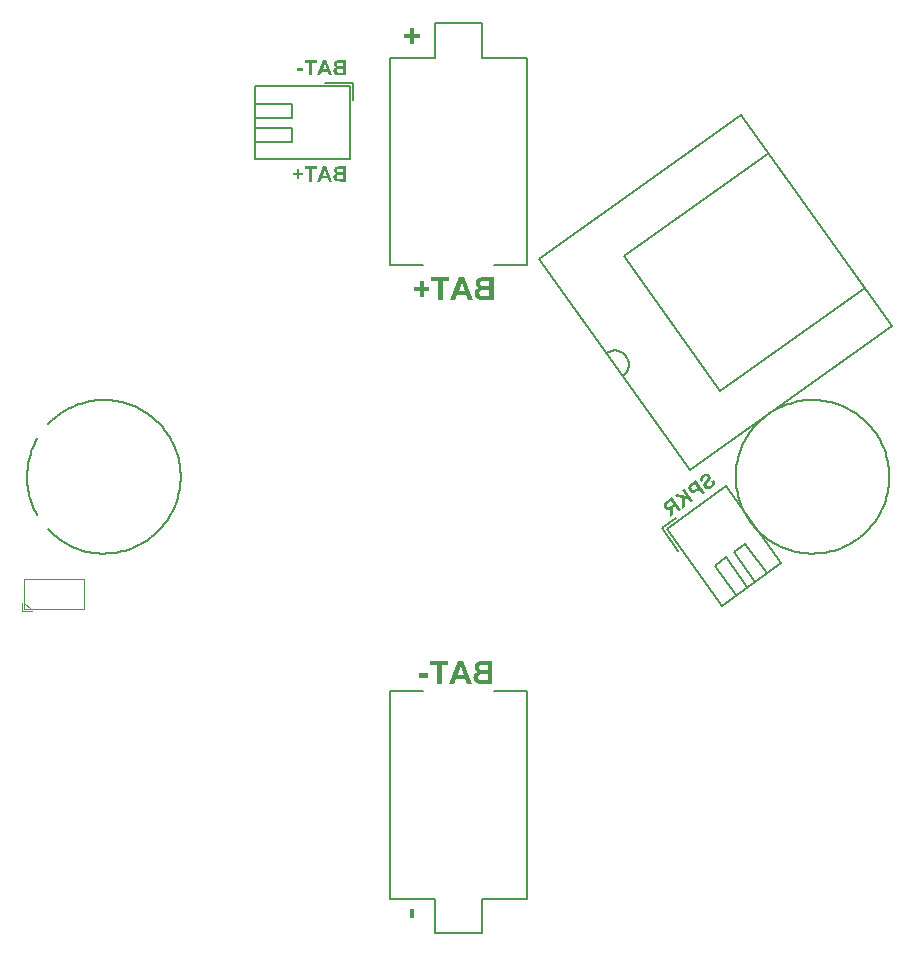
<source format=gbo>
G04*
G04 #@! TF.GenerationSoftware,Altium Limited,CircuitStudio,1.5.2 (30)*
G04*
G04 Layer_Color=13948096*
%FSLAX25Y25*%
%MOIN*%
G70*
G01*
G75*
%ADD66C,0.00394*%
%ADD67C,0.00591*%
G36*
X-10123Y-66987D02*
X-12977D01*
Y-65535D01*
X-10123D01*
Y-66987D01*
D02*
G37*
G36*
X11418Y-69004D02*
X8581D01*
X8343Y-68996D01*
X7941D01*
X7769Y-68988D01*
X7621D01*
X7490Y-68979D01*
X7375D01*
X7285Y-68971D01*
X7203D01*
X7138Y-68963D01*
X7088D01*
X7047Y-68955D01*
X7006D01*
X6785Y-68922D01*
X6588Y-68873D01*
X6408Y-68815D01*
X6260Y-68750D01*
X6145Y-68692D01*
X6096Y-68668D01*
X6055Y-68651D01*
X6022Y-68627D01*
X5998Y-68610D01*
X5990Y-68602D01*
X5981D01*
X5834Y-68487D01*
X5703Y-68356D01*
X5588Y-68225D01*
X5498Y-68102D01*
X5424Y-67995D01*
X5366Y-67905D01*
X5350Y-67872D01*
X5334Y-67848D01*
X5325Y-67831D01*
Y-67823D01*
X5243Y-67634D01*
X5186Y-67454D01*
X5137Y-67290D01*
X5112Y-67134D01*
X5096Y-67003D01*
X5088Y-66946D01*
X5079Y-66905D01*
Y-66864D01*
Y-66839D01*
Y-66823D01*
Y-66815D01*
Y-66691D01*
X5096Y-66577D01*
X5137Y-66355D01*
X5202Y-66167D01*
X5268Y-65995D01*
X5301Y-65929D01*
X5334Y-65863D01*
X5366Y-65806D01*
X5399Y-65757D01*
X5424Y-65724D01*
X5440Y-65699D01*
X5448Y-65683D01*
X5457Y-65675D01*
X5604Y-65503D01*
X5776Y-65363D01*
X5957Y-65240D01*
X6121Y-65150D01*
X6277Y-65076D01*
X6342Y-65052D01*
X6400Y-65027D01*
X6449Y-65010D01*
X6482Y-64994D01*
X6506Y-64986D01*
X6514D01*
X6342Y-64896D01*
X6186Y-64789D01*
X6055Y-64674D01*
X5940Y-64568D01*
X5850Y-64469D01*
X5785Y-64395D01*
X5768Y-64363D01*
X5752Y-64338D01*
X5735Y-64330D01*
Y-64322D01*
X5637Y-64149D01*
X5571Y-63986D01*
X5522Y-63822D01*
X5481Y-63666D01*
X5465Y-63534D01*
X5457Y-63485D01*
Y-63436D01*
X5448Y-63395D01*
Y-63371D01*
Y-63354D01*
Y-63346D01*
X5457Y-63165D01*
X5481Y-63002D01*
X5522Y-62846D01*
X5563Y-62714D01*
X5612Y-62608D01*
X5645Y-62526D01*
X5662Y-62501D01*
X5678Y-62477D01*
X5686Y-62468D01*
Y-62460D01*
X5776Y-62321D01*
X5875Y-62198D01*
X5973Y-62091D01*
X6063Y-61993D01*
X6145Y-61927D01*
X6211Y-61870D01*
X6252Y-61837D01*
X6260Y-61829D01*
X6268D01*
X6400Y-61747D01*
X6539Y-61681D01*
X6670Y-61624D01*
X6793Y-61583D01*
X6900Y-61550D01*
X6982Y-61534D01*
X7015Y-61525D01*
X7039Y-61517D01*
X7056D01*
X7146Y-61501D01*
X7236Y-61493D01*
X7449Y-61468D01*
X7671Y-61452D01*
X7892Y-61444D01*
X7990D01*
X8089Y-61435D01*
X11418D01*
Y-69004D01*
D02*
G37*
G36*
X4555D02*
X2939D01*
X2308Y-67282D01*
X-718D01*
X-1382Y-69004D01*
X-3047D01*
X-13Y-61435D01*
X1611D01*
X4555Y-69004D01*
D02*
G37*
G36*
X-47213Y102613D02*
X-48709D01*
Y98425D01*
X-49725D01*
Y102613D01*
X-51210D01*
Y103465D01*
X-47213D01*
Y102613D01*
D02*
G37*
G36*
X-52968Y101363D02*
X-51647D01*
Y100456D01*
X-52968D01*
Y99151D01*
X-53847D01*
Y100456D01*
X-55168D01*
Y101363D01*
X-53847D01*
Y102668D01*
X-52968D01*
Y101363D01*
D02*
G37*
G36*
X-37402Y98425D02*
X-39291D01*
X-39449Y98431D01*
X-39717D01*
X-39831Y98436D01*
X-39930D01*
X-40017Y98442D01*
X-40093D01*
X-40153Y98447D01*
X-40208D01*
X-40252Y98453D01*
X-40284D01*
X-40312Y98458D01*
X-40339D01*
X-40486Y98480D01*
X-40617Y98513D01*
X-40738Y98551D01*
X-40836Y98594D01*
X-40912Y98633D01*
X-40945Y98649D01*
X-40972Y98660D01*
X-40994Y98676D01*
X-41011Y98687D01*
X-41016Y98693D01*
X-41022D01*
X-41120Y98769D01*
X-41207Y98857D01*
X-41284Y98944D01*
X-41344Y99026D01*
X-41393Y99097D01*
X-41431Y99157D01*
X-41442Y99179D01*
X-41453Y99195D01*
X-41458Y99206D01*
Y99211D01*
X-41513Y99337D01*
X-41551Y99457D01*
X-41584Y99566D01*
X-41600Y99670D01*
X-41611Y99757D01*
X-41617Y99796D01*
X-41622Y99823D01*
Y99850D01*
Y99867D01*
Y99878D01*
Y99883D01*
Y99965D01*
X-41611Y100041D01*
X-41584Y100189D01*
X-41540Y100314D01*
X-41497Y100429D01*
X-41475Y100473D01*
X-41453Y100516D01*
X-41431Y100555D01*
X-41409Y100587D01*
X-41393Y100609D01*
X-41382Y100626D01*
X-41376Y100636D01*
X-41371Y100642D01*
X-41273Y100757D01*
X-41158Y100849D01*
X-41038Y100931D01*
X-40929Y100991D01*
X-40825Y101040D01*
X-40781Y101057D01*
X-40743Y101073D01*
X-40710Y101084D01*
X-40688Y101095D01*
X-40672Y101101D01*
X-40667D01*
X-40781Y101161D01*
X-40885Y101232D01*
X-40972Y101308D01*
X-41049Y101379D01*
X-41109Y101445D01*
X-41153Y101494D01*
X-41164Y101516D01*
X-41174Y101532D01*
X-41185Y101537D01*
Y101543D01*
X-41251Y101657D01*
X-41295Y101767D01*
X-41327Y101876D01*
X-41355Y101980D01*
X-41366Y102067D01*
X-41371Y102100D01*
Y102132D01*
X-41376Y102160D01*
Y102176D01*
Y102187D01*
Y102193D01*
X-41371Y102313D01*
X-41355Y102422D01*
X-41327Y102526D01*
X-41300Y102613D01*
X-41267Y102684D01*
X-41245Y102739D01*
X-41234Y102755D01*
X-41224Y102771D01*
X-41218Y102777D01*
Y102782D01*
X-41158Y102875D01*
X-41093Y102957D01*
X-41027Y103028D01*
X-40967Y103094D01*
X-40912Y103137D01*
X-40869Y103175D01*
X-40841Y103197D01*
X-40836Y103203D01*
X-40830D01*
X-40743Y103257D01*
X-40650Y103301D01*
X-40563Y103339D01*
X-40481Y103366D01*
X-40410Y103388D01*
X-40355Y103399D01*
X-40334Y103405D01*
X-40317Y103410D01*
X-40306D01*
X-40246Y103421D01*
X-40186Y103427D01*
X-40044Y103443D01*
X-39897Y103454D01*
X-39749Y103459D01*
X-39684D01*
X-39618Y103465D01*
X-37402D01*
Y98425D01*
D02*
G37*
G36*
X-41972D02*
X-43047D01*
X-43468Y99572D01*
X-45482D01*
X-45925Y98425D01*
X-47033D01*
X-45013Y103465D01*
X-43932D01*
X-41972Y98425D01*
D02*
G37*
G36*
X-2924Y65238D02*
X-5170D01*
Y58949D01*
X-6696D01*
Y65238D01*
X-8926D01*
Y66517D01*
X-2924D01*
Y65238D01*
D02*
G37*
G36*
X-14615Y-147054D02*
X-16066D01*
Y-144201D01*
X-14615D01*
Y-147054D01*
D02*
G37*
G36*
X-14861Y147516D02*
X-12901D01*
Y146195D01*
X-14861D01*
Y144211D01*
X-16222D01*
Y146195D01*
X-18182D01*
Y147516D01*
X-16222D01*
Y149500D01*
X-14861D01*
Y147516D01*
D02*
G37*
G36*
X4948Y58949D02*
X3333D01*
X2702Y60671D01*
X-324D01*
X-989Y58949D01*
X-2653D01*
X381Y66517D01*
X2004D01*
X4948Y58949D01*
D02*
G37*
G36*
X-3317Y-62714D02*
X-5564D01*
Y-69004D01*
X-7089D01*
Y-62714D01*
X-9320D01*
Y-61435D01*
X-3317D01*
Y-62714D01*
D02*
G37*
G36*
X-11567Y63360D02*
X-9582D01*
Y61999D01*
X-11567D01*
Y60039D01*
X-12887D01*
Y61999D01*
X-14871D01*
Y63360D01*
X-12887D01*
Y65320D01*
X-11567D01*
Y63360D01*
D02*
G37*
G36*
X11812Y58949D02*
X8975D01*
X8737Y58957D01*
X8335D01*
X8163Y58965D01*
X8015D01*
X7884Y58973D01*
X7769D01*
X7679Y58982D01*
X7597D01*
X7531Y58990D01*
X7482D01*
X7441Y58998D01*
X7400D01*
X7179Y59031D01*
X6982Y59080D01*
X6802Y59137D01*
X6654Y59203D01*
X6539Y59260D01*
X6490Y59285D01*
X6449Y59301D01*
X6416Y59326D01*
X6391Y59342D01*
X6383Y59351D01*
X6375D01*
X6227Y59465D01*
X6096Y59597D01*
X5982Y59728D01*
X5891Y59851D01*
X5818Y59957D01*
X5760Y60048D01*
X5744Y60080D01*
X5727Y60105D01*
X5719Y60121D01*
Y60130D01*
X5637Y60318D01*
X5580Y60499D01*
X5531Y60663D01*
X5506Y60818D01*
X5489Y60950D01*
X5481Y61007D01*
X5473Y61048D01*
Y61089D01*
Y61114D01*
Y61130D01*
Y61138D01*
Y61261D01*
X5489Y61376D01*
X5531Y61597D01*
X5596Y61786D01*
X5662Y61958D01*
X5694Y62024D01*
X5727Y62089D01*
X5760Y62147D01*
X5793Y62196D01*
X5818Y62229D01*
X5834Y62253D01*
X5842Y62270D01*
X5850Y62278D01*
X5998Y62450D01*
X6170Y62590D01*
X6351Y62713D01*
X6515Y62803D01*
X6670Y62877D01*
X6736Y62901D01*
X6793Y62926D01*
X6842Y62942D01*
X6875Y62959D01*
X6900Y62967D01*
X6908D01*
X6736Y63057D01*
X6580Y63164D01*
X6449Y63278D01*
X6334Y63385D01*
X6244Y63483D01*
X6178Y63557D01*
X6162Y63590D01*
X6146Y63615D01*
X6129Y63623D01*
Y63631D01*
X6031Y63803D01*
X5965Y63967D01*
X5916Y64131D01*
X5875Y64287D01*
X5858Y64418D01*
X5850Y64467D01*
Y64517D01*
X5842Y64558D01*
Y64582D01*
Y64599D01*
Y64607D01*
X5850Y64787D01*
X5875Y64951D01*
X5916Y65107D01*
X5957Y65238D01*
X6006Y65345D01*
X6039Y65427D01*
X6055Y65451D01*
X6072Y65476D01*
X6080Y65484D01*
Y65492D01*
X6170Y65632D01*
X6268Y65755D01*
X6367Y65861D01*
X6457Y65960D01*
X6539Y66025D01*
X6605Y66083D01*
X6646Y66116D01*
X6654Y66124D01*
X6662D01*
X6793Y66206D01*
X6933Y66271D01*
X7064Y66329D01*
X7187Y66370D01*
X7294Y66403D01*
X7376Y66419D01*
X7408Y66427D01*
X7433Y66435D01*
X7449D01*
X7540Y66452D01*
X7630Y66460D01*
X7843Y66485D01*
X8064Y66501D01*
X8286Y66509D01*
X8384D01*
X8483Y66517D01*
X11812D01*
Y58949D01*
D02*
G37*
G36*
X74219Y-10923D02*
X73392Y-11513D01*
X72171Y-9801D01*
X72007Y-9919D01*
X71905Y-9991D01*
X71826Y-10061D01*
X71759Y-10116D01*
X71707Y-10166D01*
X71669Y-10207D01*
X71644Y-10238D01*
X71625Y-10258D01*
X71624Y-10266D01*
X71588Y-10318D01*
X71562Y-10377D01*
X71537Y-10435D01*
X71523Y-10492D01*
X71511Y-10540D01*
X71497Y-10577D01*
X71497Y-10604D01*
X71495Y-10612D01*
X71488Y-10658D01*
X71487Y-10712D01*
X71484Y-10774D01*
X71480Y-10844D01*
X71479Y-10993D01*
X71476Y-11149D01*
X71479Y-11294D01*
X71477Y-11356D01*
X71483Y-11412D01*
X71483Y-11459D01*
X71481Y-11494D01*
X71485Y-11518D01*
X71483Y-11526D01*
X71521Y-12847D01*
X70529Y-13555D01*
X70464Y-12401D01*
X70454Y-12274D01*
X70454Y-12160D01*
X70448Y-12050D01*
X70445Y-11951D01*
X70441Y-11861D01*
X70443Y-11779D01*
X70444Y-11704D01*
X70443Y-11638D01*
X70444Y-11583D01*
X70449Y-11533D01*
X70452Y-11490D01*
X70454Y-11456D01*
X70458Y-11433D01*
X70457Y-11413D01*
X70460Y-11398D01*
X70479Y-11283D01*
X70507Y-11163D01*
X70541Y-11051D01*
X70577Y-10952D01*
X70608Y-10863D01*
X70635Y-10797D01*
X70643Y-10771D01*
X70653Y-10757D01*
X70656Y-10742D01*
X70660Y-10738D01*
X70550Y-10790D01*
X70440Y-10835D01*
X70337Y-10868D01*
X70238Y-10899D01*
X70140Y-10921D01*
X70051Y-10938D01*
X69971Y-10948D01*
X69893Y-10950D01*
X69822Y-10954D01*
X69759Y-10952D01*
X69705Y-10950D01*
X69658Y-10950D01*
X69620Y-10944D01*
X69597Y-10940D01*
X69582Y-10938D01*
X69574Y-10936D01*
X69484Y-10914D01*
X69399Y-10880D01*
X69319Y-10843D01*
X69241Y-10798D01*
X69170Y-10755D01*
X69103Y-10709D01*
X68983Y-10607D01*
X68932Y-10563D01*
X68885Y-10516D01*
X68849Y-10475D01*
X68816Y-10438D01*
X68789Y-10410D01*
X68773Y-10387D01*
X68761Y-10370D01*
X68757Y-10365D01*
X68671Y-10226D01*
X68603Y-10093D01*
X68555Y-9960D01*
X68520Y-9844D01*
X68509Y-9791D01*
X68498Y-9739D01*
X68489Y-9698D01*
X68488Y-9659D01*
X68481Y-9630D01*
X68481Y-9610D01*
X68483Y-9595D01*
X68480Y-9591D01*
X68481Y-9442D01*
X68501Y-9301D01*
X68529Y-9180D01*
X68563Y-9068D01*
X68606Y-8978D01*
X68623Y-8945D01*
X68640Y-8913D01*
X68656Y-8888D01*
X68663Y-8870D01*
X68669Y-8859D01*
X68673Y-8856D01*
X68718Y-8797D01*
X68773Y-8732D01*
X68835Y-8660D01*
X68905Y-8597D01*
X69044Y-8464D01*
X69195Y-8336D01*
X69263Y-8281D01*
X69331Y-8226D01*
X69393Y-8182D01*
X69443Y-8139D01*
X69488Y-8107D01*
X69519Y-8085D01*
X69541Y-8069D01*
X69550Y-8063D01*
X71292Y-6820D01*
X74219Y-10923D01*
D02*
G37*
G36*
X-51745Y135201D02*
X-53645D01*
Y136168D01*
X-51745D01*
Y135201D01*
D02*
G37*
G36*
X78348Y-7977D02*
X77522Y-8567D01*
X76640Y-7331D01*
X75482Y-7118D01*
X75721Y-9851D01*
X74650Y-10615D01*
X74493Y-6945D01*
X71803Y-6455D01*
X72919Y-5660D01*
X75895Y-6287D01*
X74595Y-4464D01*
X75422Y-3875D01*
X78348Y-7977D01*
D02*
G37*
G36*
X82950Y1086D02*
X83073Y1073D01*
X83170Y1049D01*
X83250Y1032D01*
X83276Y1023D01*
X83294Y1016D01*
X83309Y1014D01*
X83312Y1009D01*
X83443Y948D01*
X83561Y878D01*
X83665Y798D01*
X83750Y725D01*
X83817Y659D01*
X83847Y626D01*
X83866Y600D01*
X83887Y581D01*
X83899Y563D01*
X83906Y554D01*
X83909Y550D01*
X83968Y457D01*
X84015Y363D01*
X84057Y266D01*
X84089Y175D01*
X84109Y82D01*
X84128Y-12D01*
X84137Y-99D01*
X84143Y-183D01*
X84149Y-258D01*
X84146Y-328D01*
X84143Y-390D01*
X84134Y-443D01*
X84131Y-486D01*
X84126Y-516D01*
X84122Y-539D01*
X84121Y-547D01*
X84099Y-629D01*
X84065Y-714D01*
X84023Y-804D01*
X83980Y-895D01*
X83872Y-1073D01*
X83761Y-1246D01*
X83706Y-1319D01*
X83655Y-1389D01*
X83609Y-1455D01*
X83560Y-1510D01*
X83525Y-1555D01*
X83501Y-1586D01*
X83485Y-1611D01*
X83476Y-1617D01*
X83398Y-1706D01*
X83330Y-1788D01*
X83267Y-1860D01*
X83213Y-1925D01*
X83163Y-1988D01*
X83119Y-2039D01*
X83080Y-2087D01*
X83050Y-2129D01*
X83020Y-2163D01*
X83000Y-2191D01*
X82980Y-2219D01*
X82965Y-2236D01*
X82955Y-2250D01*
X82946Y-2257D01*
X82940Y-2267D01*
X82887Y-2352D01*
X82844Y-2424D01*
X82817Y-2489D01*
X82792Y-2548D01*
X82784Y-2593D01*
X82774Y-2627D01*
X82771Y-2650D01*
X82769Y-2658D01*
X82767Y-2720D01*
X82773Y-2776D01*
X82791Y-2830D01*
X82807Y-2879D01*
X82824Y-2913D01*
X82839Y-2943D01*
X82855Y-2966D01*
X82858Y-2970D01*
X82886Y-3010D01*
X82924Y-3044D01*
X83000Y-3103D01*
X83086Y-3149D01*
X83163Y-3181D01*
X83230Y-3201D01*
X83291Y-3211D01*
X83329Y-3217D01*
X83340Y-3223D01*
X83345Y-3220D01*
X83407Y-3222D01*
X83470Y-3217D01*
X83597Y-3187D01*
X83721Y-3146D01*
X83832Y-3094D01*
X83930Y-3044D01*
X83969Y-3023D01*
X84004Y-2997D01*
X84034Y-2983D01*
X84056Y-2967D01*
X84070Y-2957D01*
X84074Y-2954D01*
X84201Y-2850D01*
X84305Y-2742D01*
X84389Y-2643D01*
X84452Y-2544D01*
X84475Y-2501D01*
X84493Y-2461D01*
X84515Y-2425D01*
X84528Y-2396D01*
X84536Y-2370D01*
X84543Y-2352D01*
X84541Y-2340D01*
X84545Y-2336D01*
X84557Y-2268D01*
X84564Y-2202D01*
X84560Y-2065D01*
X84540Y-1924D01*
X84510Y-1798D01*
X84474Y-1690D01*
X84461Y-1645D01*
X84445Y-1603D01*
X84430Y-1573D01*
X84419Y-1548D01*
X84414Y-1531D01*
X84411Y-1527D01*
X85273Y-1033D01*
X85343Y-1170D01*
X85402Y-1309D01*
X85447Y-1438D01*
X85485Y-1566D01*
X85511Y-1688D01*
X85535Y-1805D01*
X85544Y-1912D01*
X85550Y-2015D01*
X85555Y-2106D01*
X85553Y-2188D01*
X85545Y-2261D01*
X85542Y-2323D01*
X85534Y-2369D01*
X85528Y-2407D01*
X85524Y-2430D01*
X85523Y-2437D01*
X85483Y-2560D01*
X85432Y-2677D01*
X85374Y-2792D01*
X85304Y-2902D01*
X85232Y-3007D01*
X85153Y-3104D01*
X85074Y-3200D01*
X84989Y-3287D01*
X84910Y-3364D01*
X84835Y-3438D01*
X84766Y-3500D01*
X84706Y-3549D01*
X84653Y-3587D01*
X84616Y-3620D01*
X84590Y-3639D01*
X84581Y-3646D01*
X84483Y-3715D01*
X84386Y-3778D01*
X84287Y-3835D01*
X84201Y-3884D01*
X84111Y-3927D01*
X84029Y-3972D01*
X83953Y-4007D01*
X83878Y-4033D01*
X83815Y-4058D01*
X83757Y-4079D01*
X83706Y-4102D01*
X83661Y-4114D01*
X83628Y-4124D01*
X83604Y-4128D01*
X83587Y-4133D01*
X83583Y-4136D01*
X83409Y-4166D01*
X83248Y-4174D01*
X83097Y-4161D01*
X82966Y-4147D01*
X82857Y-4124D01*
X82812Y-4109D01*
X82771Y-4098D01*
X82745Y-4090D01*
X82719Y-4082D01*
X82704Y-4079D01*
X82701Y-4075D01*
X82624Y-4042D01*
X82548Y-4002D01*
X82417Y-3922D01*
X82302Y-3836D01*
X82207Y-3750D01*
X82166Y-3712D01*
X82129Y-3678D01*
X82096Y-3641D01*
X82074Y-3610D01*
X82053Y-3591D01*
X82038Y-3569D01*
X82031Y-3560D01*
X82028Y-3555D01*
X81939Y-3411D01*
X81865Y-3269D01*
X81812Y-3139D01*
X81790Y-3081D01*
X81772Y-3027D01*
X81761Y-2974D01*
X81749Y-2929D01*
X81740Y-2889D01*
X81735Y-2852D01*
X81732Y-2821D01*
X81727Y-2804D01*
X81730Y-2789D01*
X81726Y-2785D01*
X81726Y-2644D01*
X81742Y-2505D01*
X81767Y-2380D01*
X81793Y-2267D01*
X81828Y-2175D01*
X81856Y-2102D01*
X81872Y-2077D01*
X81879Y-2059D01*
X81882Y-2043D01*
X81886Y-2040D01*
X81925Y-1972D01*
X81965Y-1897D01*
X82017Y-1819D01*
X82069Y-1742D01*
X82181Y-1588D01*
X82296Y-1439D01*
X82350Y-1374D01*
X82404Y-1309D01*
X82445Y-1253D01*
X82489Y-1201D01*
X82522Y-1164D01*
X82547Y-1133D01*
X82561Y-1116D01*
X82570Y-1109D01*
X82658Y-1007D01*
X82737Y-910D01*
X82807Y-820D01*
X82868Y-736D01*
X82923Y-663D01*
X82969Y-597D01*
X83007Y-537D01*
X83039Y-487D01*
X83066Y-441D01*
X83089Y-398D01*
X83106Y-365D01*
X83114Y-339D01*
X83126Y-318D01*
X83128Y-302D01*
X83134Y-292D01*
X83145Y-223D01*
X83148Y-161D01*
X83134Y-104D01*
X83123Y-51D01*
X83110Y-14D01*
X83092Y21D01*
X83080Y38D01*
X83076Y43D01*
X83031Y97D01*
X82978Y134D01*
X82929Y166D01*
X82877Y182D01*
X82835Y193D01*
X82797Y199D01*
X82774Y203D01*
X82767Y204D01*
X82648Y193D01*
X82530Y170D01*
X82413Y126D01*
X82312Y81D01*
X82221Y30D01*
X82182Y9D01*
X82148Y-9D01*
X82126Y-25D01*
X82108Y-38D01*
X82095Y-47D01*
X82090Y-50D01*
X81969Y-144D01*
X81875Y-237D01*
X81802Y-323D01*
X81745Y-404D01*
X81706Y-472D01*
X81682Y-522D01*
X81673Y-556D01*
X81667Y-567D01*
X81646Y-669D01*
X81648Y-775D01*
X81662Y-879D01*
X81681Y-972D01*
X81707Y-1055D01*
X81720Y-1092D01*
X81730Y-1125D01*
X81738Y-1146D01*
X81751Y-1164D01*
X81753Y-1176D01*
X81756Y-1181D01*
X80907Y-1739D01*
X80843Y-1631D01*
X80787Y-1523D01*
X80742Y-1414D01*
X80713Y-1307D01*
X80687Y-1205D01*
X80669Y-1104D01*
X80657Y-1012D01*
X80648Y-925D01*
X80650Y-843D01*
X80651Y-769D01*
X80650Y-702D01*
X80659Y-649D01*
X80667Y-603D01*
X80669Y-568D01*
X80676Y-550D01*
X80677Y-542D01*
X80708Y-426D01*
X80758Y-317D01*
X80816Y-201D01*
X80881Y-95D01*
X80952Y3D01*
X81031Y100D01*
X81113Y191D01*
X81189Y273D01*
X81265Y354D01*
X81343Y423D01*
X81408Y483D01*
X81472Y535D01*
X81517Y574D01*
X81557Y602D01*
X81584Y622D01*
X81588Y625D01*
X81593Y628D01*
X81769Y747D01*
X81851Y792D01*
X81938Y840D01*
X82018Y878D01*
X82091Y916D01*
X82159Y944D01*
X82226Y972D01*
X82292Y992D01*
X82346Y1011D01*
X82388Y1027D01*
X82433Y1039D01*
X82461Y1046D01*
X82490Y1053D01*
X82502Y1055D01*
X82507Y1058D01*
X82663Y1083D01*
X82818Y1092D01*
X82950Y1086D01*
D02*
G37*
G36*
X82180Y-5244D02*
X81353Y-5834D01*
X80250Y-4287D01*
X79712Y-4671D01*
X79610Y-4744D01*
X79509Y-4809D01*
X79420Y-4873D01*
X79332Y-4928D01*
X79253Y-4978D01*
X79179Y-5024D01*
X79109Y-5067D01*
X79045Y-5099D01*
X78993Y-5130D01*
X78945Y-5157D01*
X78902Y-5181D01*
X78868Y-5199D01*
X78843Y-5210D01*
X78825Y-5223D01*
X78813Y-5225D01*
X78808Y-5228D01*
X78712Y-5263D01*
X78613Y-5293D01*
X78520Y-5313D01*
X78436Y-5326D01*
X78356Y-5336D01*
X78297Y-5338D01*
X78257Y-5339D01*
X78250Y-5338D01*
X78245Y-5341D01*
X78125Y-5333D01*
X78007Y-5317D01*
X77901Y-5292D01*
X77803Y-5268D01*
X77722Y-5238D01*
X77661Y-5208D01*
X77635Y-5200D01*
X77616Y-5193D01*
X77609Y-5192D01*
X77606Y-5187D01*
X77488Y-5117D01*
X77377Y-5035D01*
X77278Y-4945D01*
X77191Y-4860D01*
X77151Y-4814D01*
X77118Y-4777D01*
X77085Y-4740D01*
X77059Y-4712D01*
X77040Y-4686D01*
X77027Y-4668D01*
X77017Y-4654D01*
X77014Y-4650D01*
X76955Y-4558D01*
X76896Y-4466D01*
X76853Y-4376D01*
X76812Y-4291D01*
X76779Y-4208D01*
X76754Y-4125D01*
X76735Y-4051D01*
X76716Y-3978D01*
X76703Y-3913D01*
X76697Y-3857D01*
X76686Y-3804D01*
X76686Y-3757D01*
X76684Y-3726D01*
X76684Y-3698D01*
X76682Y-3686D01*
X76684Y-3679D01*
X76687Y-3589D01*
X76701Y-3505D01*
X76718Y-3426D01*
X76740Y-3344D01*
X76787Y-3203D01*
X76842Y-3083D01*
X76894Y-2986D01*
X76920Y-2947D01*
X76941Y-2912D01*
X76957Y-2887D01*
X76972Y-2870D01*
X76982Y-2856D01*
X76986Y-2853D01*
X77029Y-2809D01*
X77077Y-2754D01*
X77138Y-2698D01*
X77210Y-2639D01*
X77287Y-2578D01*
X77360Y-2512D01*
X77526Y-2387D01*
X77603Y-2325D01*
X77674Y-2275D01*
X77742Y-2220D01*
X77804Y-2175D01*
X77853Y-2140D01*
X77893Y-2112D01*
X77915Y-2096D01*
X77924Y-2090D01*
X79253Y-1142D01*
X82180Y-5244D01*
D02*
G37*
G36*
X-37402Y133858D02*
X-39291D01*
X-39449Y133864D01*
X-39717D01*
X-39831Y133869D01*
X-39930D01*
X-40017Y133875D01*
X-40093D01*
X-40153Y133880D01*
X-40208D01*
X-40252Y133886D01*
X-40284D01*
X-40312Y133891D01*
X-40339D01*
X-40486Y133913D01*
X-40617Y133946D01*
X-40738Y133984D01*
X-40836Y134028D01*
X-40912Y134066D01*
X-40945Y134082D01*
X-40972Y134093D01*
X-40994Y134109D01*
X-41011Y134120D01*
X-41016Y134126D01*
X-41022D01*
X-41120Y134202D01*
X-41207Y134290D01*
X-41284Y134377D01*
X-41344Y134459D01*
X-41393Y134530D01*
X-41431Y134590D01*
X-41442Y134612D01*
X-41453Y134628D01*
X-41458Y134639D01*
Y134644D01*
X-41513Y134770D01*
X-41551Y134890D01*
X-41584Y134999D01*
X-41600Y135103D01*
X-41611Y135190D01*
X-41617Y135229D01*
X-41622Y135256D01*
Y135283D01*
Y135300D01*
Y135311D01*
Y135316D01*
Y135398D01*
X-41611Y135474D01*
X-41584Y135622D01*
X-41540Y135747D01*
X-41497Y135862D01*
X-41475Y135906D01*
X-41453Y135950D01*
X-41431Y135988D01*
X-41409Y136020D01*
X-41393Y136042D01*
X-41382Y136059D01*
X-41376Y136070D01*
X-41371Y136075D01*
X-41273Y136190D01*
X-41158Y136283D01*
X-41038Y136364D01*
X-40929Y136425D01*
X-40825Y136474D01*
X-40781Y136490D01*
X-40743Y136506D01*
X-40710Y136517D01*
X-40688Y136528D01*
X-40672Y136534D01*
X-40667D01*
X-40781Y136594D01*
X-40885Y136665D01*
X-40972Y136741D01*
X-41049Y136812D01*
X-41109Y136878D01*
X-41153Y136927D01*
X-41164Y136949D01*
X-41174Y136965D01*
X-41185Y136970D01*
Y136976D01*
X-41251Y137091D01*
X-41295Y137200D01*
X-41327Y137309D01*
X-41355Y137413D01*
X-41366Y137500D01*
X-41371Y137533D01*
Y137566D01*
X-41376Y137593D01*
Y137609D01*
Y137620D01*
Y137626D01*
X-41371Y137746D01*
X-41355Y137855D01*
X-41327Y137959D01*
X-41300Y138046D01*
X-41267Y138117D01*
X-41245Y138172D01*
X-41234Y138188D01*
X-41224Y138204D01*
X-41218Y138210D01*
Y138215D01*
X-41158Y138308D01*
X-41093Y138390D01*
X-41027Y138461D01*
X-40967Y138527D01*
X-40912Y138570D01*
X-40869Y138609D01*
X-40841Y138630D01*
X-40836Y138636D01*
X-40830D01*
X-40743Y138690D01*
X-40650Y138734D01*
X-40563Y138772D01*
X-40481Y138800D01*
X-40410Y138821D01*
X-40355Y138832D01*
X-40334Y138838D01*
X-40317Y138843D01*
X-40306D01*
X-40246Y138854D01*
X-40186Y138860D01*
X-40044Y138876D01*
X-39897Y138887D01*
X-39749Y138892D01*
X-39684D01*
X-39618Y138898D01*
X-37402D01*
Y133858D01*
D02*
G37*
G36*
X-41972D02*
X-43047D01*
X-43468Y135005D01*
X-45482D01*
X-45925Y133858D01*
X-47033D01*
X-45013Y138898D01*
X-43932D01*
X-41972Y133858D01*
D02*
G37*
G36*
X-47213Y138046D02*
X-48709D01*
Y133858D01*
X-49725D01*
Y138046D01*
X-51210D01*
Y138898D01*
X-47213D01*
Y138046D01*
D02*
G37*
%LPC*%
G36*
X10287Y62245D02*
X8868D01*
X8696Y62237D01*
X8540D01*
X8400Y62229D01*
X8277Y62221D01*
X8163Y62212D01*
X8064Y62196D01*
X7982Y62188D01*
X7908Y62180D01*
X7851Y62163D01*
X7802Y62155D01*
X7761Y62147D01*
X7728Y62139D01*
X7712D01*
X7695Y62130D01*
X7589Y62081D01*
X7490Y62032D01*
X7408Y61975D01*
X7343Y61917D01*
X7285Y61868D01*
X7253Y61827D01*
X7228Y61794D01*
X7220Y61786D01*
X7162Y61696D01*
X7121Y61597D01*
X7089Y61499D01*
X7072Y61409D01*
X7056Y61335D01*
X7047Y61269D01*
Y61228D01*
Y61212D01*
X7056Y61073D01*
X7080Y60941D01*
X7121Y60835D01*
X7154Y60745D01*
X7195Y60671D01*
X7236Y60613D01*
X7261Y60581D01*
X7269Y60572D01*
X7351Y60490D01*
X7449Y60425D01*
X7540Y60376D01*
X7630Y60335D01*
X7704Y60302D01*
X7769Y60285D01*
X7810Y60269D01*
X7826D01*
X7876Y60261D01*
X7933Y60253D01*
X8007D01*
X8081Y60244D01*
X8253Y60236D01*
X8433D01*
X8606Y60228D01*
X10287D01*
Y62245D01*
D02*
G37*
G36*
X70960Y-8103D02*
X70316Y-8563D01*
X70227Y-8626D01*
X70142Y-8687D01*
X70071Y-8737D01*
X70012Y-8786D01*
X69954Y-8828D01*
X69905Y-8862D01*
X69864Y-8899D01*
X69828Y-8924D01*
X69797Y-8946D01*
X69778Y-8966D01*
X69761Y-8979D01*
X69743Y-8992D01*
X69728Y-9009D01*
X69724Y-9012D01*
X69665Y-9081D01*
X69614Y-9150D01*
X69577Y-9211D01*
X69555Y-9273D01*
X69535Y-9321D01*
X69529Y-9359D01*
X69524Y-9390D01*
X69522Y-9397D01*
X69525Y-9476D01*
X69536Y-9548D01*
X69552Y-9617D01*
X69577Y-9680D01*
X69603Y-9736D01*
X69624Y-9774D01*
X69643Y-9801D01*
X69646Y-9805D01*
X69649Y-9810D01*
X69701Y-9873D01*
X69754Y-9929D01*
X69806Y-9973D01*
X69851Y-10008D01*
X69894Y-10031D01*
X69926Y-10048D01*
X69948Y-10059D01*
X69955Y-10061D01*
X70023Y-10080D01*
X70083Y-10090D01*
X70146Y-10093D01*
X70202Y-10086D01*
X70245Y-10082D01*
X70282Y-10076D01*
X70302Y-10068D01*
X70315Y-10066D01*
X70352Y-10053D01*
X70403Y-10030D01*
X70455Y-10000D01*
X70511Y-9966D01*
X70638Y-9889D01*
X70773Y-9806D01*
X70835Y-9762D01*
X70893Y-9720D01*
X70950Y-9687D01*
X70999Y-9652D01*
X71034Y-9627D01*
X71065Y-9605D01*
X71083Y-9592D01*
X71092Y-9585D01*
X71705Y-9148D01*
X70960Y-8103D01*
D02*
G37*
G36*
X78921Y-2425D02*
X78521Y-2710D01*
X78441Y-2767D01*
X78366Y-2821D01*
X78302Y-2873D01*
X78244Y-2914D01*
X78194Y-2957D01*
X78145Y-2992D01*
X78104Y-3028D01*
X78064Y-3056D01*
X78036Y-3083D01*
X78013Y-3106D01*
X77990Y-3122D01*
X77976Y-3139D01*
X77957Y-3160D01*
X77948Y-3166D01*
X77889Y-3235D01*
X77842Y-3309D01*
X77803Y-3377D01*
X77781Y-3440D01*
X77763Y-3499D01*
X77751Y-3548D01*
X77746Y-3579D01*
X77744Y-3586D01*
X77741Y-3676D01*
X77754Y-3760D01*
X77772Y-3841D01*
X77800Y-3909D01*
X77826Y-3964D01*
X77849Y-4015D01*
X77868Y-4041D01*
X77871Y-4046D01*
X77874Y-4050D01*
X77926Y-4114D01*
X77979Y-4169D01*
X78035Y-4210D01*
X78085Y-4242D01*
X78131Y-4269D01*
X78168Y-4283D01*
X78193Y-4299D01*
X78200Y-4300D01*
X78271Y-4324D01*
X78344Y-4332D01*
X78413Y-4336D01*
X78476Y-4339D01*
X78527Y-4335D01*
X78568Y-4327D01*
X78592Y-4323D01*
X78604Y-4321D01*
X78646Y-4304D01*
X78695Y-4289D01*
X78743Y-4262D01*
X78803Y-4233D01*
X78919Y-4170D01*
X79029Y-4098D01*
X79134Y-4030D01*
X79182Y-4003D01*
X79222Y-3974D01*
X79257Y-3949D01*
X79280Y-3933D01*
X79297Y-3920D01*
X79302Y-3917D01*
X79755Y-3594D01*
X78921Y-2425D01*
D02*
G37*
G36*
X-44461Y102291D02*
X-45160Y100424D01*
X-43779D01*
X-44461Y102291D01*
D02*
G37*
G36*
X-38417Y102624D02*
X-39351D01*
X-39444Y102619D01*
X-39591D01*
X-39656Y102613D01*
X-39749D01*
X-39788Y102608D01*
X-39837D01*
X-39853Y102602D01*
X-39869D01*
X-39962Y102586D01*
X-40039Y102564D01*
X-40104Y102537D01*
X-40159Y102504D01*
X-40203Y102477D01*
X-40235Y102449D01*
X-40252Y102433D01*
X-40257Y102427D01*
X-40301Y102367D01*
X-40334Y102307D01*
X-40355Y102242D01*
X-40372Y102182D01*
X-40383Y102132D01*
X-40388Y102089D01*
Y102062D01*
Y102051D01*
X-40383Y101963D01*
X-40366Y101887D01*
X-40339Y101816D01*
X-40312Y101761D01*
X-40284Y101712D01*
X-40257Y101679D01*
X-40241Y101657D01*
X-40235Y101652D01*
X-40175Y101603D01*
X-40110Y101565D01*
X-40039Y101532D01*
X-39973Y101510D01*
X-39919Y101494D01*
X-39869Y101483D01*
X-39837Y101477D01*
X-39793D01*
X-39749Y101472D01*
X-39700D01*
X-39646Y101466D01*
X-39525D01*
X-39400Y101461D01*
X-38417D01*
Y102624D01*
D02*
G37*
G36*
Y100620D02*
X-39362D01*
X-39476Y100615D01*
X-39580D01*
X-39673Y100609D01*
X-39755Y100604D01*
X-39831Y100598D01*
X-39897Y100587D01*
X-39951Y100582D01*
X-40001Y100576D01*
X-40039Y100566D01*
X-40071Y100560D01*
X-40099Y100555D01*
X-40121Y100549D01*
X-40132D01*
X-40143Y100544D01*
X-40214Y100511D01*
X-40279Y100478D01*
X-40334Y100440D01*
X-40377Y100402D01*
X-40415Y100369D01*
X-40437Y100342D01*
X-40454Y100320D01*
X-40459Y100314D01*
X-40497Y100254D01*
X-40525Y100189D01*
X-40547Y100123D01*
X-40558Y100063D01*
X-40568Y100014D01*
X-40574Y99970D01*
Y99943D01*
Y99932D01*
X-40568Y99839D01*
X-40552Y99752D01*
X-40525Y99681D01*
X-40503Y99621D01*
X-40475Y99572D01*
X-40448Y99534D01*
X-40432Y99512D01*
X-40426Y99506D01*
X-40372Y99452D01*
X-40306Y99408D01*
X-40246Y99375D01*
X-40186Y99348D01*
X-40137Y99326D01*
X-40093Y99315D01*
X-40066Y99304D01*
X-40055D01*
X-40022Y99299D01*
X-39984Y99293D01*
X-39935D01*
X-39886Y99288D01*
X-39771Y99282D01*
X-39651D01*
X-39536Y99277D01*
X-38417D01*
Y100620D01*
D02*
G37*
G36*
X1209Y64754D02*
X160Y61950D01*
X2234D01*
X1209Y64754D01*
D02*
G37*
G36*
X-38417Y136053D02*
X-39362D01*
X-39476Y136048D01*
X-39580D01*
X-39673Y136042D01*
X-39755Y136037D01*
X-39831Y136031D01*
X-39897Y136020D01*
X-39951Y136015D01*
X-40001Y136010D01*
X-40039Y135999D01*
X-40071Y135993D01*
X-40099Y135988D01*
X-40121Y135982D01*
X-40132D01*
X-40143Y135977D01*
X-40214Y135944D01*
X-40279Y135911D01*
X-40334Y135873D01*
X-40377Y135835D01*
X-40415Y135802D01*
X-40437Y135775D01*
X-40454Y135753D01*
X-40459Y135747D01*
X-40497Y135687D01*
X-40525Y135622D01*
X-40547Y135556D01*
X-40558Y135496D01*
X-40568Y135447D01*
X-40574Y135403D01*
Y135376D01*
Y135365D01*
X-40568Y135272D01*
X-40552Y135185D01*
X-40525Y135114D01*
X-40503Y135054D01*
X-40475Y135005D01*
X-40448Y134967D01*
X-40432Y134945D01*
X-40426Y134939D01*
X-40372Y134885D01*
X-40306Y134841D01*
X-40246Y134808D01*
X-40186Y134781D01*
X-40137Y134759D01*
X-40093Y134748D01*
X-40066Y134737D01*
X-40055D01*
X-40022Y134732D01*
X-39984Y134726D01*
X-39935D01*
X-39886Y134721D01*
X-39771Y134715D01*
X-39651D01*
X-39536Y134710D01*
X-38417D01*
Y136053D01*
D02*
G37*
G36*
X815Y-63198D02*
X-234Y-66003D01*
X1840D01*
X815Y-63198D01*
D02*
G37*
G36*
X9893Y-62698D02*
X8491D01*
X8351Y-62706D01*
X8130D01*
X8031Y-62714D01*
X7892D01*
X7835Y-62723D01*
X7761D01*
X7736Y-62731D01*
X7712D01*
X7572Y-62756D01*
X7457Y-62788D01*
X7359Y-62829D01*
X7277Y-62879D01*
X7211Y-62919D01*
X7162Y-62960D01*
X7138Y-62985D01*
X7129Y-62993D01*
X7064Y-63083D01*
X7015Y-63174D01*
X6982Y-63272D01*
X6957Y-63362D01*
X6941Y-63436D01*
X6933Y-63502D01*
Y-63543D01*
Y-63559D01*
X6941Y-63690D01*
X6965Y-63805D01*
X7006Y-63912D01*
X7047Y-63994D01*
X7088Y-64068D01*
X7129Y-64117D01*
X7154Y-64149D01*
X7162Y-64158D01*
X7252Y-64231D01*
X7351Y-64289D01*
X7457Y-64338D01*
X7556Y-64371D01*
X7638Y-64395D01*
X7712Y-64412D01*
X7761Y-64420D01*
X7826D01*
X7892Y-64428D01*
X7966D01*
X8048Y-64437D01*
X8228D01*
X8417Y-64445D01*
X9893D01*
Y-62698D01*
D02*
G37*
G36*
Y-65707D02*
X8474D01*
X8302Y-65716D01*
X8146D01*
X8007Y-65724D01*
X7884Y-65732D01*
X7769Y-65740D01*
X7671Y-65757D01*
X7589Y-65765D01*
X7515Y-65773D01*
X7457Y-65790D01*
X7408Y-65798D01*
X7367Y-65806D01*
X7334Y-65814D01*
X7318D01*
X7302Y-65822D01*
X7195Y-65872D01*
X7097Y-65921D01*
X7015Y-65978D01*
X6949Y-66035D01*
X6892Y-66085D01*
X6859Y-66126D01*
X6834Y-66158D01*
X6826Y-66167D01*
X6769Y-66257D01*
X6728Y-66355D01*
X6695Y-66454D01*
X6678Y-66544D01*
X6662Y-66618D01*
X6654Y-66683D01*
Y-66724D01*
Y-66741D01*
X6662Y-66880D01*
X6687Y-67011D01*
X6728Y-67118D01*
X6760Y-67208D01*
X6801Y-67282D01*
X6842Y-67339D01*
X6867Y-67372D01*
X6875Y-67380D01*
X6957Y-67462D01*
X7056Y-67528D01*
X7146Y-67577D01*
X7236Y-67618D01*
X7310Y-67651D01*
X7375Y-67667D01*
X7416Y-67684D01*
X7433D01*
X7482Y-67692D01*
X7539Y-67700D01*
X7613D01*
X7687Y-67708D01*
X7859Y-67716D01*
X8040D01*
X8212Y-67725D01*
X9893D01*
Y-65707D01*
D02*
G37*
G36*
X10287Y65255D02*
X8884D01*
X8745Y65246D01*
X8523D01*
X8425Y65238D01*
X8286D01*
X8228Y65230D01*
X8155D01*
X8130Y65222D01*
X8105D01*
X7966Y65197D01*
X7851Y65164D01*
X7753Y65123D01*
X7671Y65074D01*
X7605Y65033D01*
X7556Y64992D01*
X7531Y64968D01*
X7523Y64959D01*
X7457Y64869D01*
X7408Y64779D01*
X7376Y64681D01*
X7351Y64590D01*
X7334Y64517D01*
X7326Y64451D01*
Y64410D01*
Y64394D01*
X7334Y64262D01*
X7359Y64148D01*
X7400Y64041D01*
X7441Y63959D01*
X7482Y63885D01*
X7523Y63836D01*
X7548Y63803D01*
X7556Y63795D01*
X7646Y63721D01*
X7745Y63664D01*
X7851Y63615D01*
X7949Y63582D01*
X8032Y63557D01*
X8105Y63541D01*
X8155Y63533D01*
X8220D01*
X8286Y63524D01*
X8360D01*
X8442Y63516D01*
X8622D01*
X8811Y63508D01*
X10287D01*
Y65255D01*
D02*
G37*
G36*
X-38417Y138057D02*
X-39351D01*
X-39444Y138051D01*
X-39591D01*
X-39656Y138046D01*
X-39749D01*
X-39788Y138041D01*
X-39837D01*
X-39853Y138035D01*
X-39869D01*
X-39962Y138019D01*
X-40039Y137997D01*
X-40104Y137970D01*
X-40159Y137937D01*
X-40203Y137910D01*
X-40235Y137882D01*
X-40252Y137866D01*
X-40257Y137860D01*
X-40301Y137800D01*
X-40334Y137740D01*
X-40355Y137675D01*
X-40372Y137615D01*
X-40383Y137566D01*
X-40388Y137522D01*
Y137495D01*
Y137484D01*
X-40383Y137396D01*
X-40366Y137320D01*
X-40339Y137249D01*
X-40312Y137194D01*
X-40284Y137145D01*
X-40257Y137112D01*
X-40241Y137091D01*
X-40235Y137085D01*
X-40175Y137036D01*
X-40110Y136998D01*
X-40039Y136965D01*
X-39973Y136943D01*
X-39919Y136927D01*
X-39869Y136916D01*
X-39837Y136910D01*
X-39793D01*
X-39749Y136905D01*
X-39700D01*
X-39646Y136899D01*
X-39525D01*
X-39400Y136894D01*
X-38417D01*
Y138057D01*
D02*
G37*
G36*
X-44461Y137724D02*
X-45160Y135857D01*
X-43779D01*
X-44461Y137724D01*
D02*
G37*
%LPD*%
D66*
X-144587Y-41929D02*
X-142520Y-43996D01*
X-124646Y-43976D02*
Y-33976D01*
X-144646Y-43976D02*
Y-33976D01*
X-124646D01*
X-144646Y-43976D02*
X-124646D01*
X-145276Y-44587D02*
Y-41929D01*
Y-44587D02*
X-142224D01*
D67*
X-136792Y-17489D02*
X-136094Y-18206D01*
X-135368Y-18896D01*
X-134616Y-19556D01*
X-133839Y-20186D01*
X-133037Y-20786D01*
X-132213Y-21354D01*
X-131367Y-21889D01*
X-130501Y-22390D01*
X-129616Y-22858D01*
X-128714Y-23290D01*
X-127795Y-23687D01*
X-126861Y-24048D01*
X-125914Y-24372D01*
X-124955Y-24658D01*
X-123986Y-24907D01*
X-123008Y-25118D01*
X-122022Y-25290D01*
X-121030Y-25423D01*
X-120034Y-25518D01*
X-119034Y-25574D01*
X-118034Y-25590D01*
X-117033Y-25568D01*
X-116034Y-25506D01*
X-115038Y-25405D01*
X-114047Y-25266D01*
X-113062Y-25088D01*
X-112085Y-24871D01*
X-111117Y-24617D01*
X-110160Y-24324D01*
X-109215Y-23995D01*
X-108284Y-23629D01*
X-107367Y-23226D01*
X-106467Y-22789D01*
X-105585Y-22316D01*
X-104722Y-21809D01*
X-103880Y-21269D01*
X-103059Y-20696D01*
X-102261Y-20092D01*
X-101488Y-19457D01*
X-100740Y-18792D01*
X-100018Y-18098D01*
X-99324Y-17377D01*
X-98659Y-16629D01*
X-98024Y-15856D01*
X-97419Y-15058D01*
X-96846Y-14238D01*
X-96306Y-13395D01*
X-95798Y-12532D01*
X-95326Y-11650D01*
X-94887Y-10751D01*
X-94485Y-9834D01*
X-94118Y-8903D01*
X-93789Y-7958D01*
X-93496Y-7001D01*
X-93241Y-6033D01*
X-93024Y-5056D01*
X-92846Y-4071D01*
X-92706Y-3080D01*
X-92605Y-2085D01*
X-92543Y-1086D01*
X-92520Y-85D01*
X-92536Y915D01*
X-92591Y1915D01*
X-92686Y2911D01*
X-92819Y3903D01*
X-92991Y4889D01*
X-93201Y5867D01*
X-93450Y6837D01*
X-93736Y7796D01*
X-94060Y8743D01*
X-94420Y9677D01*
X-94816Y10596D01*
X-95249Y11498D01*
X-95715Y12384D01*
X-96217Y13250D01*
X-96752Y14096D01*
X-97319Y14920D01*
X-97918Y15722D01*
X-98549Y16499D01*
X-99209Y17252D01*
X-99898Y17977D01*
X-100615Y18676D01*
X-101358Y19346D01*
X-102128Y19986D01*
X-102921Y20595D01*
X-103738Y21174D01*
X-104577Y21719D01*
X-105437Y22232D01*
X-106316Y22711D01*
X-107213Y23154D01*
X-108126Y23563D01*
X-109055Y23935D01*
X-109998Y24271D01*
X-110954Y24569D01*
X-111920Y24830D01*
X-112895Y25054D01*
X-113879Y25238D01*
X-114869Y25385D01*
X-115864Y25492D01*
X-116863Y25560D01*
X-117863Y25589D01*
X-118864Y25579D01*
X-119863Y25530D01*
X-120860Y25442D01*
X-121853Y25315D01*
X-122840Y25150D01*
X-123820Y24945D01*
X-124791Y24703D01*
X-125752Y24423D01*
X-126701Y24105D01*
X-127637Y23751D01*
X-128558Y23360D01*
X-129464Y22934D01*
X-130352Y22473D01*
X-131221Y21977D01*
X-132071Y21447D01*
X-132898Y20885D01*
X-133704Y20291D01*
X-134485Y19666D01*
X-135242Y19010D01*
X-135972Y18326D01*
X-136675Y17613D01*
X-136675Y17613D01*
X143701Y0D02*
X143681Y998D01*
X143623Y1995D01*
X143526Y2989D01*
X143390Y3979D01*
X143215Y4962D01*
X143002Y5938D01*
X142752Y6904D01*
X142464Y7860D01*
X142139Y8805D01*
X141777Y9735D01*
X141379Y10651D01*
X140945Y11551D01*
X140477Y12433D01*
X139975Y13296D01*
X139440Y14139D01*
X138872Y14961D01*
X138273Y15759D01*
X137642Y16534D01*
X136982Y17284D01*
X136294Y18007D01*
X135577Y18702D01*
X134834Y19370D01*
X134066Y20008D01*
X133273Y20615D01*
X132457Y21191D01*
X131619Y21734D01*
X130761Y22245D01*
X129884Y22722D01*
X128988Y23164D01*
X128076Y23570D01*
X127149Y23941D01*
X126208Y24276D01*
X125255Y24573D01*
X124290Y24833D01*
X123317Y25055D01*
X122335Y25239D01*
X121347Y25385D01*
X120354Y25492D01*
X119358Y25560D01*
X118360Y25589D01*
X117361Y25580D01*
X116364Y25531D01*
X115369Y25443D01*
X114378Y25317D01*
X113394Y25152D01*
X112416Y24949D01*
X111447Y24708D01*
X110488Y24429D01*
X109540Y24113D01*
X108606Y23760D01*
X107686Y23371D01*
X106782Y22947D01*
X105896Y22487D01*
X105028Y21994D01*
X104180Y21467D01*
X103353Y20907D01*
X102548Y20315D01*
X101768Y19692D01*
X101012Y19040D01*
X100282Y18358D01*
X99579Y17649D01*
X98905Y16912D01*
X98259Y16150D01*
X97644Y15363D01*
X97061Y14553D01*
X96509Y13721D01*
X95990Y12867D01*
X95505Y11994D01*
X95054Y11103D01*
X94638Y10195D01*
X94258Y9272D01*
X93915Y8334D01*
X93608Y7384D01*
X93339Y6422D01*
X93107Y5451D01*
X92913Y4471D01*
X92758Y3485D01*
X92641Y2493D01*
X92563Y1497D01*
X92525Y499D01*
Y-499D01*
X92563Y-1497D01*
X92641Y-2493D01*
X92758Y-3484D01*
X92913Y-4471D01*
X93107Y-5451D01*
X93339Y-6422D01*
X93608Y-7384D01*
X93915Y-8334D01*
X94258Y-9272D01*
X94638Y-10195D01*
X95054Y-11103D01*
X95505Y-11994D01*
X95990Y-12867D01*
X96509Y-13721D01*
X97061Y-14553D01*
X97644Y-15363D01*
X98259Y-16150D01*
X98905Y-16912D01*
X99579Y-17649D01*
X100282Y-18358D01*
X101012Y-19040D01*
X101767Y-19692D01*
X102548Y-20315D01*
X103353Y-20907D01*
X104180Y-21466D01*
X105028Y-21994D01*
X105896Y-22487D01*
X106782Y-22947D01*
X107686Y-23371D01*
X108606Y-23760D01*
X109540Y-24113D01*
X110488Y-24429D01*
X111447Y-24708D01*
X112416Y-24949D01*
X113393Y-25152D01*
X114378Y-25317D01*
X115369Y-25443D01*
X116364Y-25531D01*
X117361Y-25580D01*
X118360Y-25589D01*
X119358Y-25560D01*
X120354Y-25492D01*
X121347Y-25385D01*
X122335Y-25239D01*
X123317Y-25055D01*
X124290Y-24833D01*
X125254Y-24573D01*
X126208Y-24276D01*
X127149Y-23941D01*
X128076Y-23570D01*
X128988Y-23164D01*
X129884Y-22722D01*
X130761Y-22245D01*
X131619Y-21734D01*
X132457Y-21191D01*
X133273Y-20615D01*
X134066Y-20008D01*
X134834Y-19370D01*
X135577Y-18703D01*
X136293Y-18007D01*
X136982Y-17284D01*
X137642Y-16534D01*
X138272Y-15760D01*
X138872Y-14961D01*
X139440Y-14140D01*
X139975Y-13296D01*
X140477Y-12433D01*
X140945Y-11551D01*
X141379Y-10651D01*
X141777Y-9736D01*
X142138Y-8805D01*
X142464Y-7861D01*
X142752Y-6904D01*
X143002Y-5938D01*
X143215Y-4962D01*
X143390Y-3979D01*
X143526Y-2989D01*
X143623Y-1995D01*
X143681Y-999D01*
X143701Y-0D01*
X54918Y33568D02*
X55660Y34222D01*
X56250Y35016D01*
X56661Y35915D01*
X56876Y36880D01*
X56885Y37870D01*
X56688Y38839D01*
X56294Y39746D01*
X55720Y40551D01*
X54990Y41219D01*
X54137Y41720D01*
X53199Y42033D01*
X52216Y42143D01*
X51232Y42047D01*
X50289Y41748D01*
X49430Y41259D01*
X-140157Y12992D02*
X-140647Y12124D01*
X-141102Y11237D01*
X-141522Y10333D01*
X-141906Y9414D01*
X-142255Y8480D01*
X-142567Y7533D01*
X-142842Y6575D01*
X-143079Y5607D01*
X-143278Y4631D01*
X-143440Y3647D01*
X-143562Y2658D01*
X-143647Y1665D01*
X-143692Y669D01*
X-143699Y-328D01*
X-143667Y-1324D01*
X-143596Y-2318D01*
X-143486Y-3308D01*
X-143338Y-4294D01*
X-143152Y-5273D01*
X-142927Y-6244D01*
X-142665Y-7206D01*
X-142366Y-8157D01*
X-142030Y-9095D01*
X-141658Y-10019D01*
X-141250Y-10929D01*
X-140807Y-11822D01*
X-140329Y-12697D01*
X69477Y-17313D02*
X89349Y-3139D01*
X69477Y-17313D02*
X87767Y-42955D01*
X107639Y-28780D01*
X89349Y-3139D02*
X107639Y-28780D01*
X95744Y-22273D02*
X102831Y-32210D01*
X91897Y-25017D02*
X95744Y-22273D01*
X91897Y-25017D02*
X98985Y-34953D01*
X89333Y-26846D02*
X96421Y-36782D01*
X85487Y-29589D02*
X89333Y-26846D01*
X85487Y-29589D02*
X92575Y-39525D01*
X67829Y-17038D02*
X72637Y-13608D01*
X67829Y-17038D02*
X73316Y-24730D01*
X-36201Y105795D02*
Y130205D01*
X-67697D02*
X-36201D01*
X-67697Y105795D02*
Y130205D01*
Y105795D02*
X-36201D01*
X-67697Y111701D02*
X-55492D01*
Y116425D01*
X-67697D02*
X-55492D01*
X-67697Y119575D02*
X-55492D01*
Y124299D01*
X-67697D02*
X-55492D01*
X-35020Y125480D02*
Y131386D01*
X-44469D02*
X-35020D01*
X-22834Y-71465D02*
X-11810D01*
X22835Y-140756D02*
Y-71465D01*
X11812D02*
X22835D01*
X-22834Y-140756D02*
X-7873D01*
Y-152173D02*
Y-140756D01*
X-22834D02*
Y-71465D01*
X7875Y-152173D02*
Y-140756D01*
X22835D01*
X-7873Y-152173D02*
X7875D01*
X-7873Y151173D02*
X7875D01*
Y139756D02*
X22835D01*
X7875D02*
Y151173D01*
X-22834Y70465D02*
Y139756D01*
X-7873D02*
Y151173D01*
X-22834Y139756D02*
X-7873D01*
X11812Y70465D02*
X22835D01*
Y139756D01*
X-22834Y70465D02*
X-11810D01*
X55400Y73566D02*
X87407Y28693D01*
X55400Y73566D02*
X103478Y107859D01*
X87407Y28693D02*
X135485Y62986D01*
X27024Y72669D02*
X94333Y120680D01*
X77321Y2155D02*
X144630Y50166D01*
X27024Y72669D02*
X77321Y2155D01*
X94333Y120680D02*
X144630Y50166D01*
M02*

</source>
